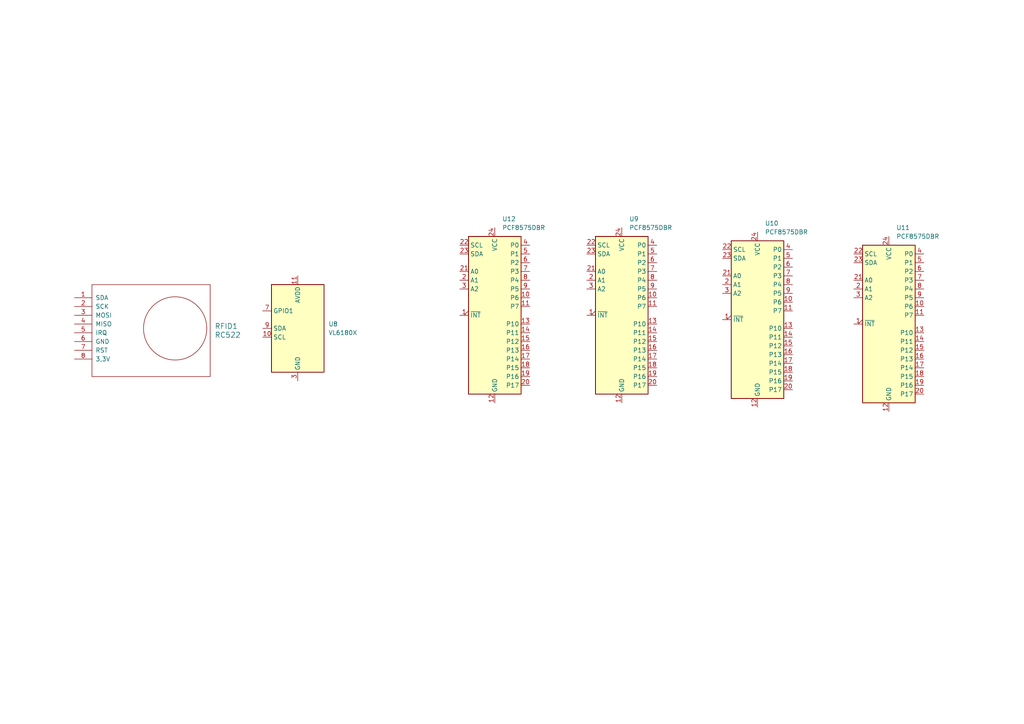
<source format=kicad_sch>
(kicad_sch (version 20250114) (generator "eeschema") (generator_version "9.0")
  (paper "A4")
  (lib_symbols
    (symbol "Interface_Expansion:PCF8575DBR"
      (property "Reference" "U" (at -6.35 24.13 0))
      (property "Value" "PCF8575DBR" (at 7.62 -24.13 0))
      (symbol "PCF8575DBR_0_1"
        (rectangle (start -7.62 22.86) (end 7.62 -22.86) (stroke (width 0.254)) (fill (type background)))
      )
      (symbol "PCF8575DBR_1_1"
        (pin input line (at -10.16 20.32 0) (length 2.54) (name "SCL") (number "22"))
        (pin bidirectional line (at -10.16 17.78 0) (length 2.54) (name "SDA") (number "23"))
        (pin input line (at -10.16 12.7 0) (length 2.54) (name "A0") (number "21"))
        (pin input line (at -10.16 10.16 0) (length 2.54) (name "A1") (number "2"))
        (pin input line (at -10.16 7.62 0) (length 2.54) (name "A2") (number "3"))
        (pin open_collector output_low (at -10.16 0 0) (length 2.54) (name "~{INT}") (number "1"))
        (pin power_in line (at 0 25.4 270) (length 2.54) (name "VCC") (number "24"))
        (pin power_in line (at 0 -25.4 90) (length 2.54) (name "GND") (number "12"))
        (pin bidirectional line (at 10.16 20.32 180) (length 2.54) (name "P0") (number "4"))
        (pin bidirectional line (at 10.16 17.78 180) (length 2.54) (name "P1") (number "5"))
        (pin bidirectional line (at 10.16 15.24 180) (length 2.54) (name "P2") (number "6"))
        (pin bidirectional line (at 10.16 12.7 180) (length 2.54) (name "P3") (number "7"))
        (pin bidirectional line (at 10.16 10.16 180) (length 2.54) (name "P4") (number "8"))
        (pin bidirectional line (at 10.16 7.62 180) (length 2.54) (name "P5") (number "9"))
        (pin bidirectional line (at 10.16 5.08 180) (length 2.54) (name "P6") (number "10"))
        (pin bidirectional line (at 10.16 2.54 180) (length 2.54) (name "P7") (number "11"))
        (pin bidirectional line (at 10.16 -2.54 180) (length 2.54) (name "P10") (number "13"))
        (pin bidirectional line (at 10.16 -5.08 180) (length 2.54) (name "P11") (number "14"))
        (pin bidirectional line (at 10.16 -7.62 180) (length 2.54) (name "P12") (number "15"))
        (pin bidirectional line (at 10.16 -10.16 180) (length 2.54) (name "P13") (number "16"))
        (pin bidirectional line (at 10.16 -12.7 180) (length 2.54) (name "P14") (number "17"))
        (pin bidirectional line (at 10.16 -15.24 180) (length 2.54) (name "P15") (number "18"))
        (pin bidirectional line (at 10.16 -17.78 180) (length 2.54) (name "P16") (number "19"))
        (pin bidirectional line (at 10.16 -20.32 180) (length 2.54) (name "P17") (number "20"))
      )
    )
    (symbol "Sensor_Distance:VL53L0CXV0DH1"
      (property "Reference" "U8" (at 8.89 1.2701 0))
      (property "Value" "VL6180X" (at 8.89 -1.2699 0))
      (symbol "VL53L0CXV0DH1_0_1"
        (rectangle (start -7.62 12.7) (end 7.62 -12.7) (stroke (width 0.254)) (fill (type background)))
      )
      (symbol "VL53L0CXV0DH1_1_1"
        (pin open_collector line (at -10.16 5.08 0) (length 2.54) (name "GPIO1") (number "7"))
        (pin bidirectional line (at -10.16 0 0) (length 2.54) (name "SDA") (number "9"))
        (pin input line (at -10.16 -2.54 0) (length 2.54) (name "SCL") (number "10"))
        (pin no_connect line (at -7.62 7.62 0) (length 2.54) (hide yes) (name "DNC") (number "8"))
        (pin power_in line (at 0 15.24 270) (length 2.54) (name "AVDD") (number "11"))
        (pin passive line (at 0 -15.24 90) (length 2.54) (hide yes) (name "GND") (number "12"))
        (pin power_in line (at 0 -15.24 90) (length 2.54) (name "GND") (number "3"))
        (pin passive line (at 0 -15.24 90) (length 2.54) (hide yes) (name "GND") (number "4"))
        (pin passive line (at 0 -15.24 90) (length 2.54) (hide yes) (name "GND") (number "6"))
      )
    )
    (symbol "rc522:RC522" (pin_names (offset 1.016))
      (property "Reference" "RFID" (at 0 5.08 0))
      (property "Value" "RC522" (at 0 10.16 0))
      (symbol "RC522_0_1"
        (rectangle (start -13.97 30.48) (end 12.7 -3.81))
        (circle (center 0 6.35) (radius 9.1694))
      )
      (symbol "RC522_1_1"
        (pin power_in line (at -8.89 35.56 270) (length 5.08) (name "3,3V") (number "8"))
        (pin input line (at -6.35 35.56 270) (length 5.08) (name "RST") (number "7"))
        (pin power_in line (at -3.81 35.56 270) (length 5.08) (name "GND") (number "6"))
        (pin output line (at -1.27 35.56 270) (length 5.08) (name "IRQ") (number "5"))
        (pin output line (at 1.27 35.56 270) (length 5.08) (name "MISO") (number "4"))
        (pin output line (at 3.81 35.56 270) (length 5.08) (name "MOSI") (number "3"))
        (pin output line (at 6.35 35.56 270) (length 5.08) (name "SCK") (number "2"))
        (pin output line (at 8.89 35.56 270) (length 5.08) (name "SDA") (number "1"))
      )
    )
  )
  (symbol (lib_id "Interface_Expansion:PCF8575DBR") (at 180.34 91.44 0) (unit 1)
    (property "Reference" "U9" (at 182.4833 63.5 0) (effects (justify left)))
    (property "Value" "PCF8575DBR" (at 182.4833 66.04 0) (effects (justify left)))
    (property "Footprint" "Package_SO:SSOP-24_5.3x8.2mm_P0.65mm" (effects (hide yes)))
    (property "Datasheet" "https://www.ti.com/lit/ds/symlink/pcf8575.pdf" (effects (hide yes)))
    (property "Description" "16 Bits Port/Expander to I2C Bus, SSOP-24" (effects (hide yes)))
  )
  (symbol (lib_id "rc522:RC522") (at 57.15 95.25 90) (unit 1)
    (property "Reference" "RFID1" (at 62.23 94.6149 90) (effects (font (size 1.524 1.524)) (justify right)))
    (property "Value" "RC522" (at 62.23 97.1549 90) (effects (font (size 1.524 1.524)) (justify right)))
  )
  (symbol (lib_id "Sensor_Distance:VL53L0CXV0DH1") (at 86.36 95.25 0) (unit 1)
    (property "Reference" "U8" (at 95.25 93.9799 0) (effects (justify left)))
    (property "Value" "VL6180X" (at 95.25 96.5199 0) (effects (justify left)))
    (property "Footprint" "Sensor_Distance:ST_VL53L1x" (effects (hide yes)))
    (property "Datasheet" "https://www.st.com/resource/en/datasheet/vl53l0x.pdf" (effects (hide yes)))
    (property "Description" "2m distance ranging ToF sensor, Optical LGA12" (effects (hide yes)))
  )
  (symbol (lib_id "Interface_Expansion:PCF8575DBR") (at 143.51 91.44 0) (unit 1)
    (property "Reference" "U12" (at 145.6533 63.5 0) (effects (justify left)))
    (property "Value" "PCF8575DBR" (at 145.6533 66.04 0) (effects (justify left)))
    (property "Footprint" "Package_SO:SSOP-24_5.3x8.2mm_P0.65mm" (effects (hide yes)))
    (property "Datasheet" "https://www.ti.com/lit/ds/symlink/pcf8575.pdf" (effects (hide yes)))
    (property "Description" "16 Bits Port/Expander to I2C Bus, SSOP-24" (effects (hide yes)))
  )
  (symbol (lib_id "Interface_Expansion:PCF8575DBR") (at 257.81 93.98 0) (unit 1)
    (property "Reference" "U11" (at 259.9533 66.04 0) (effects (justify left)))
    (property "Value" "PCF8575DBR" (at 259.9533 68.58 0) (effects (justify left)))
    (property "Footprint" "Package_SO:SSOP-24_5.3x8.2mm_P0.65mm" (effects (hide yes)))
    (property "Datasheet" "https://www.ti.com/lit/ds/symlink/pcf8575.pdf" (effects (hide yes)))
    (property "Description" "16 Bits Port/Expander to I2C Bus, SSOP-24" (effects (hide yes)))
  )
  (symbol (lib_id "Interface_Expansion:PCF8575DBR") (at 219.71 92.71 0) (unit 1)
    (property "Reference" "U10" (at 221.8533 64.77 0) (effects (justify left)))
    (property "Value" "PCF8575DBR" (at 221.8533 67.31 0) (effects (justify left)))
    (property "Footprint" "Package_SO:SSOP-24_5.3x8.2mm_P0.65mm" (effects (hide yes)))
    (property "Datasheet" "https://www.ti.com/lit/ds/symlink/pcf8575.pdf" (effects (hide yes)))
    (property "Description" "16 Bits Port/Expander to I2C Bus, SSOP-24" (effects (hide yes)))
  )
)
</source>
